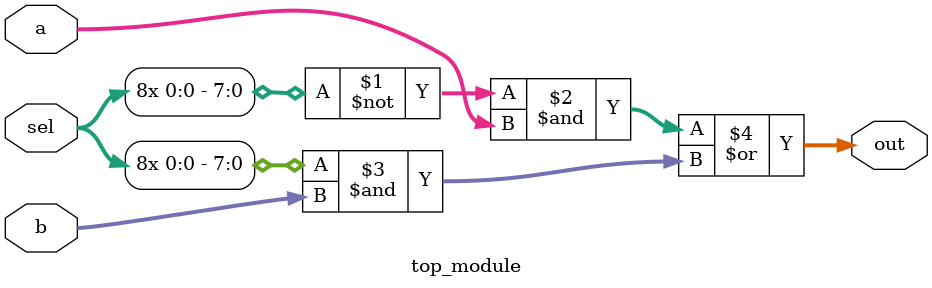
<source format=sv>
module top_module (
    input sel,
    input [7:0] a,
    input [7:0] b,
    output [7:0] out
);

    assign out = (~{8{sel}} & a) | ({8{sel}} & b);

endmodule

</source>
